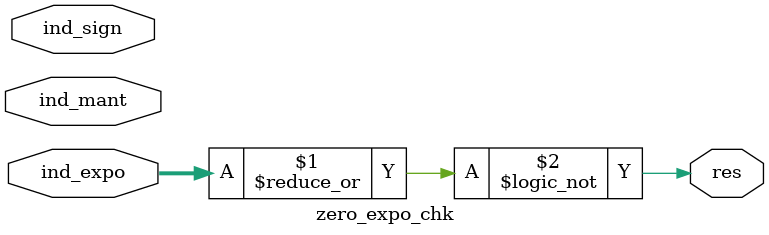
<source format=sv>
module zero_expo_chk #(
    parameter int unsigned SIGN_W = 1,
    parameter int unsigned EXPO_W = 8,
    parameter int unsigned MANT_W = 23,
    localparam int unsigned FP_W   = SIGN_W+EXPO_W+MANT_W
) (
    input logic                    ind_sign   ,
    input logic [EXPO_W - 1 : 0]   ind_expo   ,
    input logic [MANT_W - 1 : 0]   ind_mant   ,
    output logic                res                       
);

    assign res = !(|ind_expo);
    
endmodule
</source>
